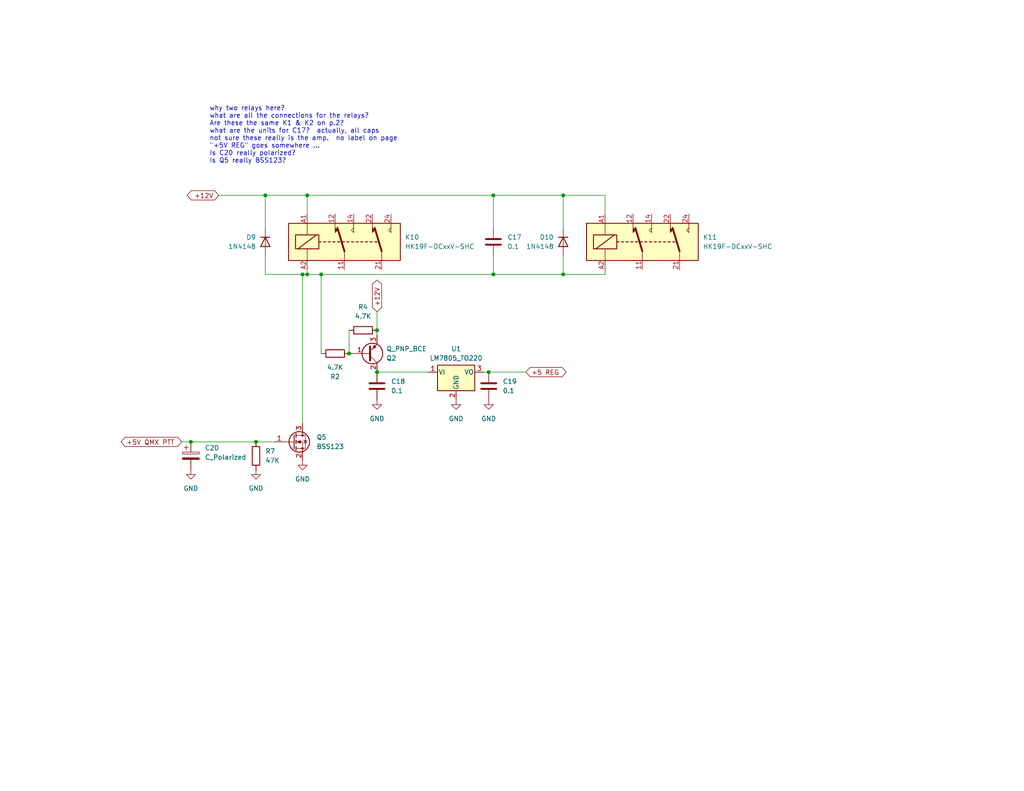
<source format=kicad_sch>
(kicad_sch (version 20231120) (generator "eeschema") (generator_version "8.0")
  (paper "USLetter")
  (title_block (title "QMX Amp") (date "2024-08-09") (rev "v0.1") (company "WA7GIL"))
  (lib_symbols
    (symbol "Device:C" (pin_numbers hide) (pin_names (offset 0.254))
      (property "Reference" "C" (at 0.635 2.54 0))
      (property "Value" "C" (at 0.635 -2.54 0))
      (symbol "C_0_1"
        (polyline (pts (xy -2.032 -0.762) (xy 2.032 -0.762)) (stroke (width 0.508)))
        (polyline (pts (xy -2.032 0.762) (xy 2.032 0.762)) (stroke (width 0.508)))
      )
      (symbol "C_1_1"
        (pin passive line (at 0 3.81 270) (length 2.794) (name "~") (number "1"))
        (pin passive line (at 0 -3.81 90) (length 2.794) (name "~") (number "2"))
      )
    )
    (symbol "Device:C_Polarized" (pin_numbers hide) (pin_names (offset 0.254))
      (property "Reference" "C" (at 0.635 2.54 0))
      (property "Value" "C_Polarized" (at 0.635 -2.54 0))
      (symbol "C_Polarized_0_1"
        (rectangle (start -2.286 0.508) (end 2.286 1.016))
        (polyline (pts (xy -1.778 2.286) (xy -0.762 2.286)))
        (polyline (pts (xy -1.27 2.794) (xy -1.27 1.778)))
        (rectangle (start 2.286 -0.508) (end -2.286 -1.016) (fill (type outline)))
      )
      (symbol "C_Polarized_1_1"
        (pin passive line (at 0 3.81 270) (length 2.794) (name "~") (number "1"))
        (pin passive line (at 0 -3.81 90) (length 2.794) (name "~") (number "2"))
      )
    )
    (symbol "Device:D" (pin_numbers hide) (pin_names (offset 1.016) hide)
      (property "Reference" "D" (at 0 2.54 0))
      (property "Value" "D" (at 0 -2.54 0))
      (symbol "D_0_1"
        (polyline (pts (xy -1.27 1.27) (xy -1.27 -1.27)) (stroke (width 0.254)))
        (polyline (pts (xy 1.27 0) (xy -1.27 0)))
        (polyline (pts (xy 1.27 1.27) (xy 1.27 -1.27) (xy -1.27 0) (xy 1.27 1.27)) (stroke (width 0.254)))
      )
      (symbol "D_1_1"
        (pin passive line (at -3.81 0 0) (length 2.54) (name "K") (number "1"))
        (pin passive line (at 3.81 0 180) (length 2.54) (name "A") (number "2"))
      )
    )
    (symbol "Device:Q_PNP_BCE" (pin_names (offset 0) hide)
      (property "Reference" "Q" (at 5.08 1.27 0))
      (property "Value" "Q_PNP_BCE" (at 5.08 -1.27 0))
      (symbol "Q_PNP_BCE_0_1"
        (polyline (pts (xy 0.635 0.635) (xy 2.54 2.54)))
        (polyline (pts (xy 0.635 -0.635) (xy 2.54 -2.54) (xy 2.54 -2.54)))
        (polyline (pts (xy 0.635 1.905) (xy 0.635 -1.905) (xy 0.635 -1.905)) (stroke (width 0.508)))
        (polyline (pts (xy 2.286 -1.778) (xy 1.778 -2.286) (xy 1.27 -1.27) (xy 2.286 -1.778) (xy 2.286 -1.778)) (fill (type outline)))
        (circle (center 1.27 0) (radius 2.8194) (stroke (width 0.254)))
      )
      (symbol "Q_PNP_BCE_1_1"
        (pin input line (at -5.08 0 0) (length 5.715) (name "B") (number "1"))
        (pin passive line (at 2.54 5.08 270) (length 2.54) (name "C") (number "2"))
        (pin passive line (at 2.54 -5.08 90) (length 2.54) (name "E") (number "3"))
      )
    )
    (symbol "Device:R" (pin_numbers hide) (pin_names (offset 0))
      (property "Reference" "R" (at 2.032 0 90))
      (property "Value" "R" (at 0 0 90))
      (symbol "R_0_1"
        (rectangle (start -1.016 -2.54) (end 1.016 2.54) (stroke (width 0.254)))
      )
      (symbol "R_1_1"
        (pin passive line (at 0 3.81 270) (length 1.27) (name "~") (number "1"))
        (pin passive line (at 0 -3.81 90) (length 1.27) (name "~") (number "2"))
      )
    )
    (symbol "Regulator_Linear:LM7805_TO220" (pin_names (offset 0.254))
      (property "Reference" "U" (at -3.81 3.175 0))
      (property "Value" "LM7805_TO220" (at 0 3.175 0))
      (symbol "LM7805_TO220_0_1"
        (rectangle (start -5.08 1.905) (end 5.08 -5.08) (stroke (width 0.254)) (fill (type background)))
      )
      (symbol "LM7805_TO220_1_1"
        (pin power_in line (at -7.62 0 0) (length 2.54) (name "VI") (number "1"))
        (pin power_in line (at 0 -7.62 90) (length 2.54) (name "GND") (number "2"))
        (pin power_out line (at 7.62 0 180) (length 2.54) (name "VO") (number "3"))
      )
    )
    (symbol "Relay:HK19F-DCxxV-SHC"
      (property "Reference" "K" (at 16.51 3.81 0))
      (property "Value" "HK19F-DCxxV-SHC" (at 16.51 1.27 0))
      (symbol "HK19F-DCxxV-SHC_0_1"
        (rectangle (start -15.24 5.08) (end 15.24 -5.08) (stroke (width 0.254)) (fill (type background)))
        (rectangle (start -13.335 1.905) (end -6.985 -1.905) (stroke (width 0.254)))
        (polyline (pts (xy -12.7 -1.905) (xy -7.62 1.905)) (stroke (width 0.254)))
        (polyline (pts (xy -10.16 -5.08) (xy -10.16 -1.905)))
        (polyline (pts (xy -10.16 5.08) (xy -10.16 1.905)))
        (polyline (pts (xy -6.985 0) (xy -6.35 0)) (stroke (width 0.254)))
        (polyline (pts (xy -5.715 0) (xy -5.08 0)) (stroke (width 0.254)))
        (polyline (pts (xy -4.445 0) (xy -3.81 0)) (stroke (width 0.254)))
        (polyline (pts (xy -3.175 0) (xy -2.54 0)) (stroke (width 0.254)))
        (polyline (pts (xy -1.905 0) (xy -1.27 0)) (stroke (width 0.254)))
        (polyline (pts (xy -0.635 0) (xy 0 0)) (stroke (width 0.254)))
        (polyline (pts (xy 0 -2.54) (xy -1.905 3.81)) (stroke (width 0.508)))
        (polyline (pts (xy 0 -2.54) (xy 0 -5.08)))
        (polyline (pts (xy 0.635 0) (xy 1.27 0)) (stroke (width 0.254)))
        (polyline (pts (xy 1.905 0) (xy 2.54 0)) (stroke (width 0.254)))
        (polyline (pts (xy 3.175 0) (xy 3.81 0)) (stroke (width 0.254)))
        (polyline (pts (xy 4.445 0) (xy 5.08 0)) (stroke (width 0.254)))
        (polyline (pts (xy 5.715 0) (xy 6.35 0)) (stroke (width 0.254)))
        (polyline (pts (xy 6.985 0) (xy 7.62 0)) (stroke (width 0.254)))
        (polyline (pts (xy 8.255 0) (xy 8.89 0)) (stroke (width 0.254)))
        (polyline (pts (xy 10.16 -2.54) (xy 8.255 3.81)) (stroke (width 0.508)))
        (polyline (pts (xy 10.16 -2.54) (xy 10.16 -5.08)))
        (polyline (pts (xy -2.54 5.08) (xy -2.54 2.54) (xy -1.905 3.175) (xy -2.54 3.81)) (fill (type outline)))
        (polyline (pts (xy 2.54 5.08) (xy 2.54 2.54) (xy 1.905 3.175) (xy 2.54 3.81)))
        (polyline (pts (xy 7.62 5.08) (xy 7.62 2.54) (xy 8.255 3.175) (xy 7.62 3.81)) (fill (type outline)))
        (polyline (pts (xy 12.7 5.08) (xy 12.7 2.54) (xy 12.065 3.175) (xy 12.7 3.81)))
      )
      (symbol "HK19F-DCxxV-SHC_1_1"
        (pin passive line (at 0 -7.62 90) (length 2.54) (name "~") (number "11"))
        (pin passive line (at -2.54 7.62 270) (length 2.54) (name "~") (number "12"))
        (pin passive line (at 2.54 7.62 270) (length 2.54) (name "~") (number "14"))
        (pin passive line (at 10.16 -7.62 90) (length 2.54) (name "~") (number "21"))
        (pin passive line (at 7.62 7.62 270) (length 2.54) (name "~") (number "22"))
        (pin passive line (at 12.7 7.62 270) (length 2.54) (name "~") (number "24"))
        (pin passive line (at -10.16 7.62 270) (length 2.54) (name "~") (number "A1"))
        (pin passive line (at -10.16 -7.62 90) (length 2.54) (name "~") (number "A2"))
      )
    )
    (symbol "Transistor_FET:BSS123" (pin_names hide)
      (property "Reference" "Q" (at 5.08 1.905 0))
      (property "Value" "BSS123" (at 5.08 0 0))
      (symbol "BSS123_0_1"
        (polyline (pts (xy 0.254 0) (xy -2.54 0)))
        (polyline (pts (xy 0.254 1.905) (xy 0.254 -1.905)) (stroke (width 0.254)))
        (polyline (pts (xy 0.762 -1.27) (xy 0.762 -2.286)) (stroke (width 0.254)))
        (polyline (pts (xy 0.762 0.508) (xy 0.762 -0.508)) (stroke (width 0.254)))
        (polyline (pts (xy 0.762 2.286) (xy 0.762 1.27)) (stroke (width 0.254)))
        (polyline (pts (xy 2.54 2.54) (xy 2.54 1.778)))
        (polyline (pts (xy 2.54 -2.54) (xy 2.54 0) (xy 0.762 0)))
        (polyline (pts (xy 0.762 -1.778) (xy 3.302 -1.778) (xy 3.302 1.778) (xy 0.762 1.778)))
        (polyline (pts (xy 1.016 0) (xy 2.032 0.381) (xy 2.032 -0.381) (xy 1.016 0)) (fill (type outline)))
        (polyline (pts (xy 2.794 0.508) (xy 2.921 0.381) (xy 3.683 0.381) (xy 3.81 0.254)))
        (polyline (pts (xy 3.302 0.381) (xy 2.921 -0.254) (xy 3.683 -0.254) (xy 3.302 0.381)))
        (circle (center 1.651 0) (radius 2.794) (stroke (width 0.254)))
        (circle (center 2.54 -1.778) (radius 0.254) (fill (type outline)))
        (circle (center 2.54 1.778) (radius 0.254) (fill (type outline)))
      )
      (symbol "BSS123_1_1"
        (pin input line (at -5.08 0 0) (length 2.54) (name "G") (number "1"))
        (pin passive line (at 2.54 -5.08 90) (length 2.54) (name "S") (number "2"))
        (pin passive line (at 2.54 5.08 270) (length 2.54) (name "D") (number "3"))
      )
    )
    (symbol "power:GND" (power) (pin_numbers hide) (pin_names (offset 0) hide)
      (property "Value" "GND" (at 0 -3.81 0))
      (symbol "GND_0_1"
        (polyline (pts (xy 0 0) (xy 0 -1.27) (xy 1.27 -1.27) (xy 0 -2.54) (xy -1.27 -1.27) (xy 0 -1.27)))
      )
      (symbol "GND_1_1"
        (pin power_in line (at 0 0 270) (length 0) (name "~") (number "1"))
      )
    )
  )
  (junction (at 133.35 101.6))
  (junction (at 134.62 74.93))
  (junction (at 95.25 96.52))
  (junction (at 87.63 74.93))
  (junction (at 153.67 74.93))
  (junction (at 153.67 53.34))
  (junction (at 72.39 53.34))
  (junction (at 102.87 101.6))
  (junction (at 82.55 74.93))
  (junction (at 52.07 120.65))
  (junction (at 83.82 74.93))
  (junction (at 83.82 53.34))
  (junction (at 134.62 53.34))
  (junction (at 102.87 90.17))
  (junction (at 69.85 120.65))
  (wire (pts (xy 102.87 85.09) (xy 102.87 90.17)))
  (wire (pts (xy 102.87 101.6) (xy 116.84 101.6)))
  (wire (pts (xy 72.39 74.93) (xy 82.55 74.93)))
  (wire (pts (xy 134.62 69.85) (xy 134.62 74.93)))
  (wire (pts (xy 153.67 53.34) (xy 153.67 62.23)))
  (wire (pts (xy 82.55 74.93) (xy 83.82 74.93)))
  (wire (pts (xy 59.69 53.34) (xy 72.39 53.34)))
  (wire (pts (xy 52.07 120.65) (xy 69.85 120.65)))
  (wire (pts (xy 72.39 69.85) (xy 72.39 74.93)))
  (wire (pts (xy 87.63 74.93) (xy 87.63 96.52)))
  (wire (pts (xy 153.67 69.85) (xy 153.67 74.93)))
  (wire (pts (xy 82.55 115.57) (xy 82.55 74.93)))
  (wire (pts (xy 134.62 53.34) (xy 153.67 53.34)))
  (wire (pts (xy 153.67 53.34) (xy 165.1 53.34)))
  (wire (pts (xy 133.35 101.6) (xy 143.51 101.6)))
  (wire (pts (xy 165.1 73.66) (xy 165.1 74.93)))
  (wire (pts (xy 165.1 74.93) (xy 153.67 74.93)))
  (wire (pts (xy 72.39 53.34) (xy 83.82 53.34)))
  (wire (pts (xy 165.1 53.34) (xy 165.1 58.42)))
  (wire (pts (xy 83.82 74.93) (xy 87.63 74.93)))
  (wire (pts (xy 49.53 120.65) (xy 52.07 120.65)))
  (wire (pts (xy 72.39 62.23) (xy 72.39 53.34)))
  (wire (pts (xy 102.87 90.17) (xy 102.87 91.44)))
  (wire (pts (xy 69.85 120.65) (xy 74.93 120.65)))
  (wire (pts (xy 95.25 90.17) (xy 95.25 96.52)))
  (wire (pts (xy 83.82 53.34) (xy 83.82 58.42)))
  (wire (pts (xy 133.35 101.6) (xy 132.08 101.6)))
  (wire (pts (xy 153.67 74.93) (xy 134.62 74.93)))
  (wire (pts (xy 83.82 73.66) (xy 83.82 74.93)))
  (wire (pts (xy 83.82 53.34) (xy 134.62 53.34)))
  (wire (pts (xy 134.62 62.23) (xy 134.62 53.34)))
  (wire (pts (xy 134.62 74.93) (xy 87.63 74.93)))
  (text "why two relays here?\nwhat are all the connections for the relays?\nAre these the same K1 & K2 on p.2?\nwhat are the units for C17?  actually, all caps\nnot sure these really is the amp.  no label on page\n\"+5V REG\" goes somewhere ...\nIs C20 really polarized?\nIs Q5 really BSS123?" (at 57.15 36.83 0) (effects (font (size 1.27 1.27)) (justify left)))
  (global_label "+12V" (shape bidirectional) (at 102.87 85.09 90) (property "Intersheetrefs" "${INTERSHEET_REFS}" (effects (hide yes))))
  (global_label "+5 REG" (shape bidirectional) (at 143.51 101.6 0) (property "Intersheetrefs" "${INTERSHEET_REFS}" (effects (hide yes))))
  (global_label "+5V QMX PTT" (shape bidirectional) (at 33.02 120.65 0) (property "Intersheetrefs" "${INTERSHEET_REFS}" (effects (hide yes))))
  (global_label "+12V" (shape bidirectional) (at 59.69 53.34 180) (property "Intersheetrefs" "${INTERSHEET_REFS}" (effects (hide yes))))
  (symbol (lib_id "Device:R") (at 69.85 124.46 0) (unit 1)
    (property "Reference" "R7" (at 72.39 123.1899 0) (effects (justify left)))
    (property "Value" "47K" (at 72.39 125.7299 0) (effects (justify left)))
    (property "Description" "Resistor" (effects (hide yes)))
  )
  (symbol (lib_id "Device:R") (at 99.06 90.17 90) (unit 1)
    (property "Reference" "R4" (at 99.06 83.82 90))
    (property "Value" "4.7K" (at 99.06 86.36 90))
    (property "Description" "Resistor" (effects (hide yes)))
  )
  (symbol (lib_id "power:GND") (at 69.85 128.27 0) (unit 1)
    (property "Reference" "#PWR028" (effects (hide yes)))
    (property "Value" "GND" (at 69.85 133.35 0))
    (property "Description" "Power symbol creates a global label with name \"GND\" , ground" (effects (hide yes)))
  )
  (symbol (lib_id "Device:C") (at 102.87 105.41 0) (unit 1)
    (property "Reference" "C18" (at 106.68 104.1399 0) (effects (justify left)))
    (property "Value" "0.1" (at 106.68 106.6799 0) (effects (justify left)))
    (property "Description" "Unpolarized capacitor" (effects (hide yes)))
  )
  (symbol (lib_id "Device:D") (at 153.67 66.04 90) (mirror x) (unit 1)
    (property "Reference" "D10" (at 151.13 64.7699 90) (effects (justify left)))
    (property "Value" "1N4148" (at 151.13 67.3099 90) (effects (justify left)))
    (property "Datasheet" "1N4148" (effects (hide yes)))
    (property "Description" "Diode" (effects (hide yes)))
    (property "Sim.Device" "D" (effects (hide yes)))
    (property "Sim.Pins" "1=K 2=A" (effects (hide yes)))
  )
  (symbol (lib_id "power:GND") (at 124.46 109.22 0) (unit 1)
    (property "Reference" "#PWR026" (effects (hide yes)))
    (property "Value" "GND" (at 124.46 114.3 0))
    (property "Description" "Power symbol creates a global label with name \"GND\" , ground" (effects (hide yes)))
  )
  (symbol (lib_id "Device:C_Polarized") (at 52.07 124.46 0) (unit 1)
    (property "Reference" "C20" (at 55.88 122.3009 0) (effects (justify left)))
    (property "Value" "C_Polarized" (at 55.88 124.8409 0) (effects (justify left)))
    (property "Description" "Polarized capacitor" (effects (hide yes)))
  )
  (symbol (lib_id "power:GND") (at 82.55 125.73 0) (unit 1)
    (property "Reference" "#PWR029" (effects (hide yes)))
    (property "Value" "GND" (at 82.55 130.81 0))
    (property "Description" "Power symbol creates a global label with name \"GND\" , ground" (effects (hide yes)))
  )
  (symbol (lib_id "Regulator_Linear:LM7805_TO220") (at 124.46 101.6 0) (unit 1)
    (property "Reference" "U1" (at 124.46 95.25 0))
    (property "Value" "LM7805_TO220" (at 124.46 97.79 0))
    (property "Footprint" "Package_TO_SOT_THT:TO-220-3_Vertical" (effects (hide yes)))
    (property "Datasheet" "https://www.onsemi.cn/PowerSolutions/document/MC7800-D.PDF" (effects (hide yes)))
    (property "Description" "Positive 1A 35V Linear Regulator, Fixed Output 5V, TO-220" (effects (hide yes)))
  )
  (symbol (lib_id "Device:Q_PNP_BCE") (at 100.33 96.52 0) (mirror x) (unit 1)
    (property "Reference" "Q2" (at 105.41 97.7901 0) (effects (justify left)))
    (property "Value" "Q_PNP_BCE" (at 105.41 95.2501 0) (effects (justify left)))
    (property "Description" "PNP transistor, base/collector/emitter" (effects (hide yes)))
  )
  (symbol (lib_id "Relay:HK19F-DCxxV-SHC") (at 93.98 66.04 0) (unit 1)
    (property "Reference" "K10" (at 110.49 64.7699 0) (effects (justify left)))
    (property "Value" "HK19F-DCxxV-SHC" (at 110.49 67.3099 0) (effects (justify left)))
    (property "Footprint" "Relay_THT:Relay_DPDT_Finder_30.22" (effects (hide yes)))
    (property "Datasheet" "https://www.lcsc.com/datasheet/lcsc_datasheet_1810201512_Ningbo-Keke-New-Era-Appliance-HK19F-DC12V-SHG_C42803.pdf" (effects (hide yes)))
    (property "Description" "HuiKe 19F monostable relay, DPDT, 1A" (effects (hide yes)))
  )
  (symbol (lib_id "power:GND") (at 102.87 109.22 0) (unit 1)
    (property "Reference" "#PWR024" (effects (hide yes)))
    (property "Value" "GND" (at 102.87 114.3 0))
    (property "Description" "Power symbol creates a global label with name \"GND\" , ground" (effects (hide yes)))
  )
  (symbol (lib_id "Device:D") (at 72.39 66.04 90) (mirror x) (unit 1)
    (property "Reference" "D9" (at 69.85 64.7699 90) (effects (justify left)))
    (property "Value" "1N4148" (at 69.85 67.3099 90) (effects (justify left)))
    (property "Datasheet" "1N4148" (effects (hide yes)))
    (property "Description" "Diode" (effects (hide yes)))
    (property "Sim.Device" "D" (effects (hide yes)))
    (property "Sim.Pins" "1=K 2=A" (effects (hide yes)))
  )
  (symbol (lib_id "Relay:HK19F-DCxxV-SHC") (at 175.26 66.04 0) (unit 1)
    (property "Reference" "K11" (at 191.77 64.7699 0) (effects (justify left)))
    (property "Value" "HK19F-DCxxV-SHC" (at 191.77 67.3099 0) (effects (justify left)))
    (property "Footprint" "Relay_THT:Relay_DPDT_Finder_30.22" (effects (hide yes)))
    (property "Datasheet" "https://www.lcsc.com/datasheet/lcsc_datasheet_1810201512_Ningbo-Keke-New-Era-Appliance-HK19F-DC12V-SHG_C42803.pdf" (effects (hide yes)))
    (property "Description" "HuiKe 19F monostable relay, DPDT, 1A" (effects (hide yes)))
  )
  (symbol (lib_id "power:GND") (at 133.35 109.22 0) (unit 1)
    (property "Reference" "#PWR025" (effects (hide yes)))
    (property "Value" "GND" (at 133.35 114.3 0))
    (property "Description" "Power symbol creates a global label with name \"GND\" , ground" (effects (hide yes)))
  )
  (symbol (lib_id "power:GND") (at 52.07 128.27 0) (unit 1)
    (property "Reference" "#PWR027" (effects (hide yes)))
    (property "Value" "GND" (at 52.07 133.35 0))
    (property "Description" "Power symbol creates a global label with name \"GND\" , ground" (effects (hide yes)))
  )
  (symbol (lib_id "Device:C") (at 133.35 105.41 0) (unit 1)
    (property "Reference" "C19" (at 137.16 104.1399 0) (effects (justify left)))
    (property "Value" "0.1" (at 137.16 106.6799 0) (effects (justify left)))
    (property "Description" "Unpolarized capacitor" (effects (hide yes)))
  )
  (symbol (lib_id "Device:R") (at 91.44 96.52 90) (mirror x) (unit 1)
    (property "Reference" "R2" (at 91.44 102.87 90))
    (property "Value" "4.7K" (at 91.44 100.33 90))
    (property "Description" "Resistor" (effects (hide yes)))
  )
  (symbol (lib_id "Device:C") (at 134.62 66.04 0) (unit 1)
    (property "Reference" "C17" (at 138.43 64.7699 0) (effects (justify left)))
    (property "Value" "0.1" (at 138.43 67.3099 0) (effects (justify left)))
    (property "Description" "Unpolarized capacitor" (effects (hide yes)))
  )
  (symbol (lib_id "Transistor_FET:BSS123") (at 80.01 120.65 0) (unit 1)
    (property "Reference" "Q5" (at 86.36 119.3799 0) (effects (justify left)))
    (property "Value" "BSS123" (at 86.36 121.9199 0) (effects (justify left)))
    (property "Footprint" "Package_TO_SOT_SMD:SOT-23" (effects (hide yes)))
    (property "Datasheet" "http://www.diodes.com/assets/Datasheets/ds30366.pdf" (effects (hide yes)))
    (property "Description" "0.17A Id, 100V Vds, N-Channel MOSFET, SOT-23" (effects (hide yes)))
  )
)
</source>
